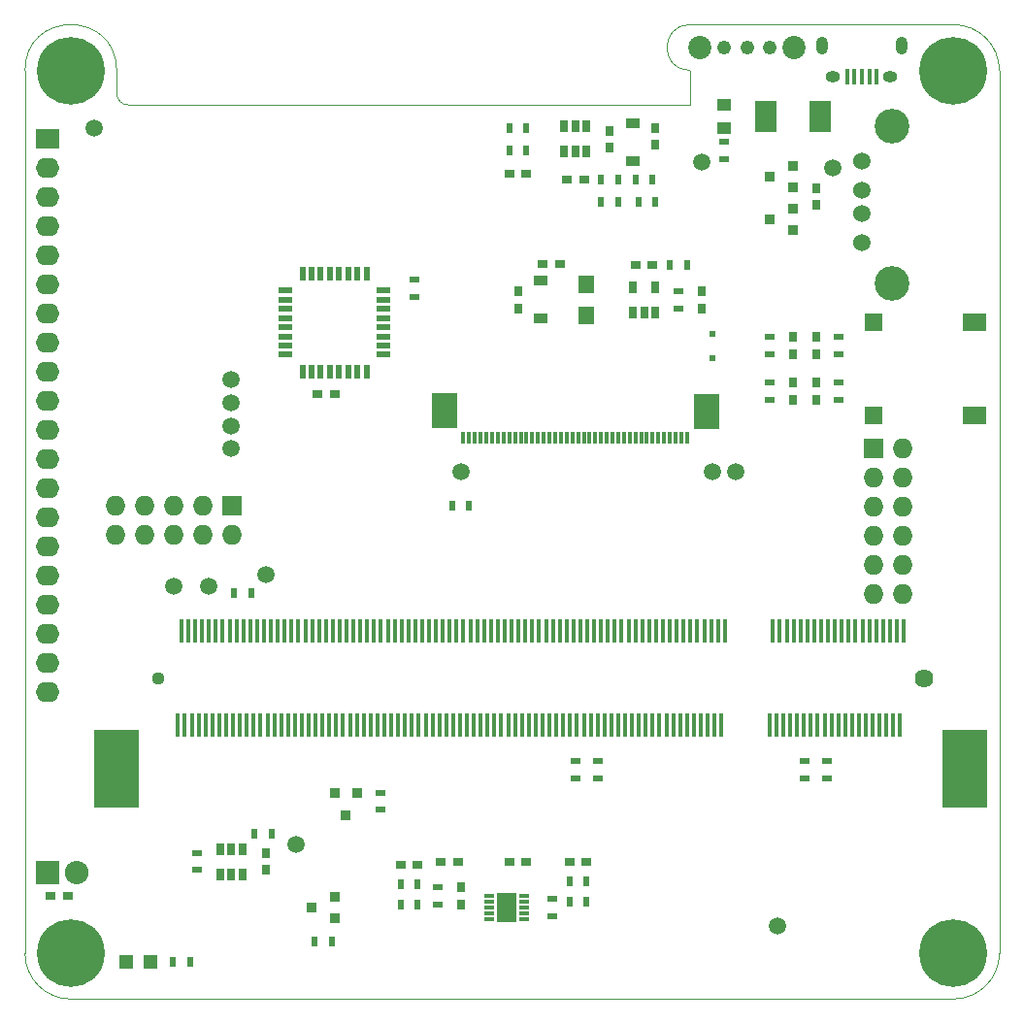
<source format=gts>
G04 #@! TF.FileFunction,Soldermask,Top*
%FSLAX46Y46*%
G04 Gerber Fmt 4.6, Leading zero omitted, Abs format (unit mm)*
G04 Created by KiCad (PCBNEW 4.0.3-stable) date 08/27/16 14:07:06*
%MOMM*%
%LPD*%
G01*
G04 APERTURE LIST*
%ADD10C,0.100000*%
%ADD11C,1.620000*%
%ADD12C,1.120000*%
%ADD13R,4.020000X6.820000*%
%ADD14R,0.370000X2.020000*%
%ADD15R,0.820000X0.770000*%
%ADD16R,0.520000X0.920000*%
%ADD17R,1.320000X1.520000*%
%ADD18C,1.520000*%
%ADD19R,0.770000X0.820000*%
%ADD20R,0.920000X0.520000*%
%ADD21R,0.670000X1.080000*%
%ADD22R,1.240000X0.930000*%
%ADD23R,1.270000X1.020000*%
%ADD24R,1.218880X1.218880*%
%ADD25R,1.820860X2.720020*%
%ADD26R,0.620000X1.220000*%
%ADD27R,1.220000X0.620000*%
%ADD28R,2.020000X1.520000*%
%ADD29R,1.520000X1.520000*%
%ADD30R,0.320000X1.120000*%
%ADD31R,2.320000X3.120000*%
%ADD32R,0.420000X1.370000*%
%ADD33O,1.270000X0.970000*%
%ADD34O,1.020000X1.570000*%
%ADD35R,2.052000X2.052000*%
%ADD36O,2.052000X2.052000*%
%ADD37R,1.747200X1.747200*%
%ADD38O,1.747200X1.747200*%
%ADD39C,1.521140*%
%ADD40C,3.019740*%
%ADD41R,0.820100X0.820100*%
%ADD42C,1.220000*%
%ADD43C,2.020000*%
%ADD44R,0.820000X0.320800*%
%ADD45R,1.820000X2.622000*%
%ADD46R,2.052000X1.747200*%
%ADD47O,2.052000X1.747200*%
%ADD48R,0.470000X0.610000*%
%ADD49C,5.900000*%
G04 APERTURE END LIST*
D10*
X73000000Y-189000000D02*
X73000000Y-112000000D01*
X73000000Y-189000000D02*
G75*
G03X77000000Y-193000000I4000000J0D01*
G01*
X154000000Y-193000000D02*
X77000000Y-193000000D01*
X154000000Y-193000000D02*
G75*
G03X158000000Y-189000000I0J4000000D01*
G01*
X158000000Y-112000000D02*
X158000000Y-189000000D01*
X158000000Y-112000000D02*
G75*
G03X154000000Y-108000000I-4000000J0D01*
G01*
X131000000Y-108000000D02*
X154000000Y-108000000D01*
X131000000Y-115000000D02*
X131000000Y-112000000D01*
X131000000Y-108000000D02*
G75*
G03X131000000Y-112000000I0J-2000000D01*
G01*
X82000000Y-115000000D02*
X131000000Y-115000000D01*
X81000000Y-114000000D02*
G75*
G03X82000000Y-115000000I1000000J0D01*
G01*
X81000000Y-112000000D02*
X81000000Y-114000000D01*
X81000000Y-112000000D02*
G75*
G03X73000000Y-112000000I-4000000J0D01*
G01*
D11*
X151400000Y-165000000D03*
D12*
X84600000Y-165000000D03*
D13*
X81000000Y-172900000D03*
X155000000Y-172900000D03*
D14*
X149650000Y-160900000D03*
X149050000Y-160900000D03*
X148450000Y-160900000D03*
X147850000Y-160900000D03*
X147250000Y-160900000D03*
X146650000Y-160900000D03*
X146050000Y-160900000D03*
X145450000Y-160900000D03*
X144850000Y-160900000D03*
X144250000Y-160900000D03*
X143650000Y-160900000D03*
X143050000Y-160900000D03*
X142450000Y-160900000D03*
X141850000Y-160900000D03*
X141250000Y-160900000D03*
X140650000Y-160900000D03*
X140050000Y-160900000D03*
X139450000Y-160900000D03*
X138850000Y-160900000D03*
X138250000Y-160900000D03*
X134050000Y-160900000D03*
X133450000Y-160900000D03*
X132850000Y-160900000D03*
X132250000Y-160900000D03*
X131650000Y-160900000D03*
X131050000Y-160900000D03*
X130450000Y-160900000D03*
X129850000Y-160900000D03*
X129250000Y-160900000D03*
X128650000Y-160900000D03*
X128050000Y-160900000D03*
X127450000Y-160900000D03*
X126850000Y-160900000D03*
X126250000Y-160900000D03*
X125650000Y-160900000D03*
X125050000Y-160900000D03*
X124450000Y-160900000D03*
X123850000Y-160900000D03*
X123250000Y-160900000D03*
X122650000Y-160900000D03*
X122050000Y-160900000D03*
X121450000Y-160900000D03*
X120850000Y-160900000D03*
X120250000Y-160900000D03*
X119650000Y-160900000D03*
X119050000Y-160900000D03*
X118450000Y-160900000D03*
X117850000Y-160900000D03*
X117250000Y-160900000D03*
X116650000Y-160900000D03*
X116050000Y-160900000D03*
X115450000Y-160900000D03*
X114850000Y-160900000D03*
X114250000Y-160900000D03*
X113650000Y-160900000D03*
X113050000Y-160900000D03*
X112450000Y-160900000D03*
X111850000Y-160900000D03*
X111250000Y-160900000D03*
X110650000Y-160900000D03*
X110050000Y-160900000D03*
X109450000Y-160900000D03*
X108850000Y-160900000D03*
X108250000Y-160900000D03*
X107650000Y-160900000D03*
X107050000Y-160900000D03*
X106450000Y-160900000D03*
X105850000Y-160900000D03*
X105250000Y-160900000D03*
X104650000Y-160900000D03*
X104050000Y-160900000D03*
X103450000Y-160900000D03*
X102850000Y-160900000D03*
X102250000Y-160900000D03*
X101650000Y-160900000D03*
X101050000Y-160900000D03*
X100450000Y-160900000D03*
X99850000Y-160900000D03*
X99250000Y-160900000D03*
X98650000Y-160900000D03*
X98050000Y-160900000D03*
X97450000Y-160900000D03*
X96850000Y-160900000D03*
X96250000Y-160900000D03*
X95650000Y-160900000D03*
X95050000Y-160900000D03*
X94450000Y-160900000D03*
X93850000Y-160900000D03*
X93250000Y-160900000D03*
X92650000Y-160900000D03*
X92050000Y-160900000D03*
X91450000Y-160900000D03*
X90850000Y-160900000D03*
X90250000Y-160900000D03*
X89650000Y-160900000D03*
X89050000Y-160900000D03*
X88450000Y-160900000D03*
X87850000Y-160900000D03*
X87250000Y-160900000D03*
X86650000Y-160900000D03*
X149350000Y-169100000D03*
X148750000Y-169100000D03*
X148150000Y-169100000D03*
X147550000Y-169100000D03*
X146950000Y-169100000D03*
X146350000Y-169100000D03*
X145750000Y-169100000D03*
X145150000Y-169100000D03*
X144550000Y-169100000D03*
X143950000Y-169100000D03*
X143350000Y-169100000D03*
X142750000Y-169100000D03*
X142150000Y-169100000D03*
X141550000Y-169100000D03*
X140950000Y-169100000D03*
X140350000Y-169100000D03*
X139750000Y-169100000D03*
X139150000Y-169100000D03*
X138550000Y-169100000D03*
X137950000Y-169100000D03*
X133750000Y-169100000D03*
X133150000Y-169100000D03*
X132550000Y-169100000D03*
X131950000Y-169100000D03*
X131350000Y-169100000D03*
X130750000Y-169100000D03*
X130150000Y-169100000D03*
X129550000Y-169100000D03*
X128950000Y-169100000D03*
X128350000Y-169100000D03*
X127750000Y-169100000D03*
X127150000Y-169100000D03*
X126550000Y-169100000D03*
X125950000Y-169100000D03*
X125350000Y-169100000D03*
X124750000Y-169100000D03*
X124150000Y-169100000D03*
X123550000Y-169100000D03*
X122950000Y-169100000D03*
X122350000Y-169100000D03*
X121750000Y-169100000D03*
X121150000Y-169100000D03*
X120550000Y-169100000D03*
X119950000Y-169100000D03*
X119350000Y-169100000D03*
X118750000Y-169100000D03*
X118150000Y-169100000D03*
X117550000Y-169100000D03*
X116950000Y-169100000D03*
X116350000Y-169100000D03*
X115750000Y-169100000D03*
X115150000Y-169100000D03*
X114550000Y-169100000D03*
X113950000Y-169100000D03*
X113350000Y-169100000D03*
X112750000Y-169100000D03*
X112150000Y-169100000D03*
X111550000Y-169100000D03*
X110950000Y-169100000D03*
X110350000Y-169100000D03*
X109750000Y-169100000D03*
X109150000Y-169100000D03*
X108550000Y-169100000D03*
X107950000Y-169100000D03*
X107350000Y-169100000D03*
X106750000Y-169100000D03*
X106150000Y-169100000D03*
X105550000Y-169100000D03*
X104950000Y-169100000D03*
X104350000Y-169100000D03*
X103750000Y-169100000D03*
X103150000Y-169100000D03*
X102550000Y-169100000D03*
X101950000Y-169100000D03*
X101350000Y-169100000D03*
X100750000Y-169100000D03*
X100150000Y-169100000D03*
X99550000Y-169100000D03*
X98950000Y-169100000D03*
X98350000Y-169100000D03*
X97750000Y-169100000D03*
X97150000Y-169100000D03*
X96550000Y-169100000D03*
X95950000Y-169100000D03*
X95350000Y-169100000D03*
X94750000Y-169100000D03*
X94150000Y-169100000D03*
X93550000Y-169100000D03*
X92950000Y-169100000D03*
X92350000Y-169100000D03*
X91750000Y-169100000D03*
X91150000Y-169100000D03*
X90550000Y-169100000D03*
X89950000Y-169100000D03*
X89350000Y-169100000D03*
X88750000Y-169100000D03*
X88150000Y-169100000D03*
X87550000Y-169100000D03*
X86950000Y-169100000D03*
X86350000Y-169100000D03*
D15*
X121750000Y-121500000D03*
X120250000Y-121500000D03*
D16*
X124750000Y-121500000D03*
X123250000Y-121500000D03*
X124750000Y-123500000D03*
X123250000Y-123500000D03*
X128000000Y-123500000D03*
X126500000Y-123500000D03*
X127750000Y-121500000D03*
X126250000Y-121500000D03*
D17*
X122000000Y-130650000D03*
X122000000Y-133350000D03*
D18*
X133000000Y-147000000D03*
X135000000Y-147000000D03*
D16*
X129250000Y-129000000D03*
X130750000Y-129000000D03*
D15*
X126250000Y-129000000D03*
X127750000Y-129000000D03*
D19*
X132000000Y-132750000D03*
X132000000Y-131250000D03*
X116000000Y-131250000D03*
X116000000Y-132750000D03*
D20*
X130000000Y-132750000D03*
X130000000Y-131250000D03*
D21*
X126050000Y-133100000D03*
X127000000Y-133100000D03*
X127950000Y-133100000D03*
X127950000Y-130900000D03*
X126050000Y-130900000D03*
D15*
X118150000Y-128900000D03*
X119650000Y-128900000D03*
D22*
X118000000Y-130365000D03*
X118000000Y-133635000D03*
D18*
X138600000Y-186600000D03*
D15*
X98500000Y-140250000D03*
X100000000Y-140250000D03*
D23*
X134000000Y-117000000D03*
X134000000Y-115000000D03*
D19*
X94000000Y-181750000D03*
X94000000Y-180250000D03*
D15*
X75250000Y-184000000D03*
X76750000Y-184000000D03*
D19*
X140000000Y-135250000D03*
X140000000Y-136750000D03*
X140000000Y-139250000D03*
X140000000Y-140750000D03*
X142000000Y-135250000D03*
X142000000Y-136750000D03*
X142000000Y-139250000D03*
X142000000Y-140750000D03*
X111000000Y-184750000D03*
X111000000Y-183250000D03*
X142000000Y-123750000D03*
X142000000Y-122250000D03*
D15*
X107250000Y-181300000D03*
X105750000Y-181300000D03*
X120500000Y-181000000D03*
X122000000Y-181000000D03*
X109250000Y-181000000D03*
X110750000Y-181000000D03*
X116750000Y-181000000D03*
X115250000Y-181000000D03*
X115250000Y-121000000D03*
X116750000Y-121000000D03*
D24*
X81850980Y-189750000D03*
X83949020Y-189750000D03*
D25*
X137599700Y-116000000D03*
X142400300Y-116000000D03*
D26*
X102800000Y-129750000D03*
X102000000Y-129750000D03*
X101200000Y-129750000D03*
X100400000Y-129750000D03*
X99600000Y-129750000D03*
X98800000Y-129750000D03*
X98000000Y-129750000D03*
X97200000Y-129750000D03*
D27*
X95750000Y-131200000D03*
X95750000Y-132000000D03*
X95750000Y-132800000D03*
X95750000Y-133600000D03*
X95750000Y-134400000D03*
X95750000Y-135200000D03*
X95750000Y-136000000D03*
X95750000Y-136800000D03*
D26*
X97200000Y-138250000D03*
X98000000Y-138250000D03*
X98800000Y-138250000D03*
X99600000Y-138250000D03*
X100400000Y-138250000D03*
X101200000Y-138250000D03*
X102000000Y-138250000D03*
X102800000Y-138250000D03*
D27*
X104250000Y-136800000D03*
X104250000Y-136000000D03*
X104250000Y-135200000D03*
X104250000Y-134400000D03*
X104250000Y-133600000D03*
X104250000Y-132800000D03*
X104250000Y-132000000D03*
X104250000Y-131200000D03*
D28*
X155850000Y-142050000D03*
X155850000Y-133950000D03*
D29*
X147000000Y-142050000D03*
X147000000Y-133950000D03*
D20*
X109000000Y-184750000D03*
X109000000Y-183250000D03*
X119000000Y-185750000D03*
X119000000Y-184250000D03*
D30*
X130750000Y-144000000D03*
D31*
X109580000Y-141700000D03*
X132420000Y-141750000D03*
D30*
X130250000Y-144000000D03*
X129750000Y-144000000D03*
X129250000Y-144000000D03*
X128750000Y-144000000D03*
X128250000Y-144000000D03*
X127750000Y-144000000D03*
X127250000Y-144000000D03*
X126750000Y-144000000D03*
X126250000Y-144000000D03*
X125750000Y-144000000D03*
X125250000Y-144000000D03*
X124750000Y-144000000D03*
X124250000Y-144000000D03*
X123750000Y-144000000D03*
X123250000Y-144000000D03*
X122750000Y-144000000D03*
X122250000Y-144000000D03*
X121750000Y-144000000D03*
X121250000Y-144000000D03*
X120750000Y-144000000D03*
X120250000Y-144000000D03*
X119750000Y-144000000D03*
X119250000Y-144000000D03*
X118750000Y-144000000D03*
X118250000Y-144000000D03*
X117750000Y-144000000D03*
X117250000Y-144000000D03*
X116750000Y-144000000D03*
X116250000Y-144000000D03*
X115750000Y-144000000D03*
X115250000Y-144000000D03*
X114750000Y-144000000D03*
X114250000Y-144000000D03*
X113750000Y-144000000D03*
X113250000Y-144000000D03*
X112750000Y-144000000D03*
X112250000Y-144000000D03*
X111750000Y-144000000D03*
X111250000Y-144000000D03*
D32*
X147300900Y-112562540D03*
X146650900Y-112562540D03*
X146000900Y-112562540D03*
X145350900Y-112562540D03*
X144700900Y-112562540D03*
D33*
X148500900Y-112562540D03*
X143500900Y-112562540D03*
D34*
X149500900Y-109862540D03*
X142500900Y-109862540D03*
D35*
X75000000Y-182000000D03*
D36*
X77540000Y-182000000D03*
D37*
X91080000Y-150000000D03*
D38*
X91080000Y-152540000D03*
X88540000Y-150000000D03*
X88540000Y-152540000D03*
X86000000Y-150000000D03*
X86000000Y-152540000D03*
X83460000Y-150000000D03*
X83460000Y-152540000D03*
X80920000Y-150000000D03*
X80920000Y-152540000D03*
D39*
X145997880Y-119887140D03*
X145997880Y-122427140D03*
X145997880Y-124459140D03*
X145997880Y-126999140D03*
D40*
X148664880Y-116839140D03*
X148664880Y-130555140D03*
D37*
X147000000Y-145000000D03*
D38*
X149540000Y-145000000D03*
X147000000Y-147540000D03*
X149540000Y-147540000D03*
X147000000Y-150080000D03*
X149540000Y-150080000D03*
X147000000Y-152620000D03*
X149540000Y-152620000D03*
X147000000Y-155160000D03*
X149540000Y-155160000D03*
X147000000Y-157700000D03*
X149540000Y-157700000D03*
D41*
X140000760Y-122200000D03*
X140000760Y-120300000D03*
X138001780Y-121250000D03*
X140000760Y-125950000D03*
X140000760Y-124050000D03*
X138001780Y-125000000D03*
X100000760Y-185950000D03*
X100000760Y-184050000D03*
X98001780Y-185000000D03*
X101950000Y-174999240D03*
X100050000Y-174999240D03*
X101000000Y-176998220D03*
D16*
X91250000Y-157600000D03*
X92750000Y-157600000D03*
X116750000Y-117000000D03*
X115250000Y-117000000D03*
X115250000Y-119000000D03*
X116750000Y-119000000D03*
D20*
X107000000Y-130250000D03*
X107000000Y-131750000D03*
X88000000Y-180250000D03*
X88000000Y-181750000D03*
D16*
X85900000Y-189750000D03*
X87400000Y-189750000D03*
D20*
X138000000Y-135250000D03*
X138000000Y-136750000D03*
X138000000Y-139250000D03*
X138000000Y-140750000D03*
D16*
X107250000Y-183000000D03*
X105750000Y-183000000D03*
X107250000Y-184750000D03*
X105750000Y-184750000D03*
X120500000Y-182750000D03*
X122000000Y-182750000D03*
X120500000Y-184500000D03*
X122000000Y-184500000D03*
D20*
X134000000Y-119750000D03*
X134000000Y-118250000D03*
D16*
X99750000Y-188000000D03*
X98250000Y-188000000D03*
D20*
X104000000Y-176500000D03*
X104000000Y-175000000D03*
D16*
X110250000Y-150000000D03*
X111750000Y-150000000D03*
D20*
X141000000Y-172250000D03*
X141000000Y-173750000D03*
X121000000Y-172250000D03*
X121000000Y-173750000D03*
X143000000Y-172250000D03*
X143000000Y-173750000D03*
X123000000Y-172250000D03*
X123000000Y-173750000D03*
D42*
X138000000Y-110000000D03*
X136000000Y-110000000D03*
X134000000Y-110000000D03*
D43*
X140100000Y-110000000D03*
X131900000Y-110000000D03*
D21*
X91950000Y-179900000D03*
X91000000Y-179900000D03*
X90050000Y-179900000D03*
X90050000Y-182100000D03*
X91950000Y-182100000D03*
X91000000Y-182100000D03*
D44*
X113500000Y-184000000D03*
D45*
X115000000Y-185000000D03*
D44*
X113500000Y-184500000D03*
X113500000Y-185000000D03*
X113500000Y-185500000D03*
X113500000Y-186000000D03*
X116500000Y-186000000D03*
X116500000Y-185500000D03*
X116500000Y-185000000D03*
X116500000Y-184500000D03*
X116500000Y-184000000D03*
D18*
X132000000Y-120000000D03*
X79000000Y-117000000D03*
X91000000Y-139000000D03*
X91000000Y-141000000D03*
X91000000Y-143000000D03*
X91000000Y-145000000D03*
X143500000Y-120500000D03*
X89000000Y-157000000D03*
X94000000Y-156000000D03*
X86000000Y-157000000D03*
X111000000Y-147000000D03*
D46*
X75000000Y-118000000D03*
D47*
X75000000Y-120540000D03*
X75000000Y-123080000D03*
X75000000Y-125620000D03*
X75000000Y-128160000D03*
X75000000Y-130700000D03*
X75000000Y-133240000D03*
X75000000Y-135780000D03*
X75000000Y-138320000D03*
X75000000Y-140860000D03*
X75000000Y-143400000D03*
X75000000Y-145940000D03*
X75000000Y-148480000D03*
X75000000Y-151020000D03*
X75000000Y-153560000D03*
X75000000Y-156100000D03*
X75000000Y-158640000D03*
X75000000Y-161180000D03*
X75000000Y-163720000D03*
X75000000Y-166260000D03*
D22*
X126000000Y-119885000D03*
X126000000Y-116615000D03*
D19*
X124000000Y-118750000D03*
X124000000Y-117250000D03*
D21*
X121950000Y-116900000D03*
X121000000Y-116900000D03*
X120050000Y-116900000D03*
X120050000Y-119100000D03*
X121950000Y-119100000D03*
X121000000Y-119100000D03*
D19*
X128000000Y-118500000D03*
X128000000Y-117000000D03*
D20*
X144000000Y-136750000D03*
X144000000Y-135250000D03*
X144000000Y-140750000D03*
X144000000Y-139250000D03*
D16*
X94500000Y-178600000D03*
X93000000Y-178600000D03*
D18*
X96650000Y-179500000D03*
D48*
X133000000Y-137055000D03*
X133000000Y-134945000D03*
D49*
X154000000Y-112000000D03*
X77000000Y-189000000D03*
X154000000Y-189000000D03*
X77000000Y-112000000D03*
M02*

</source>
